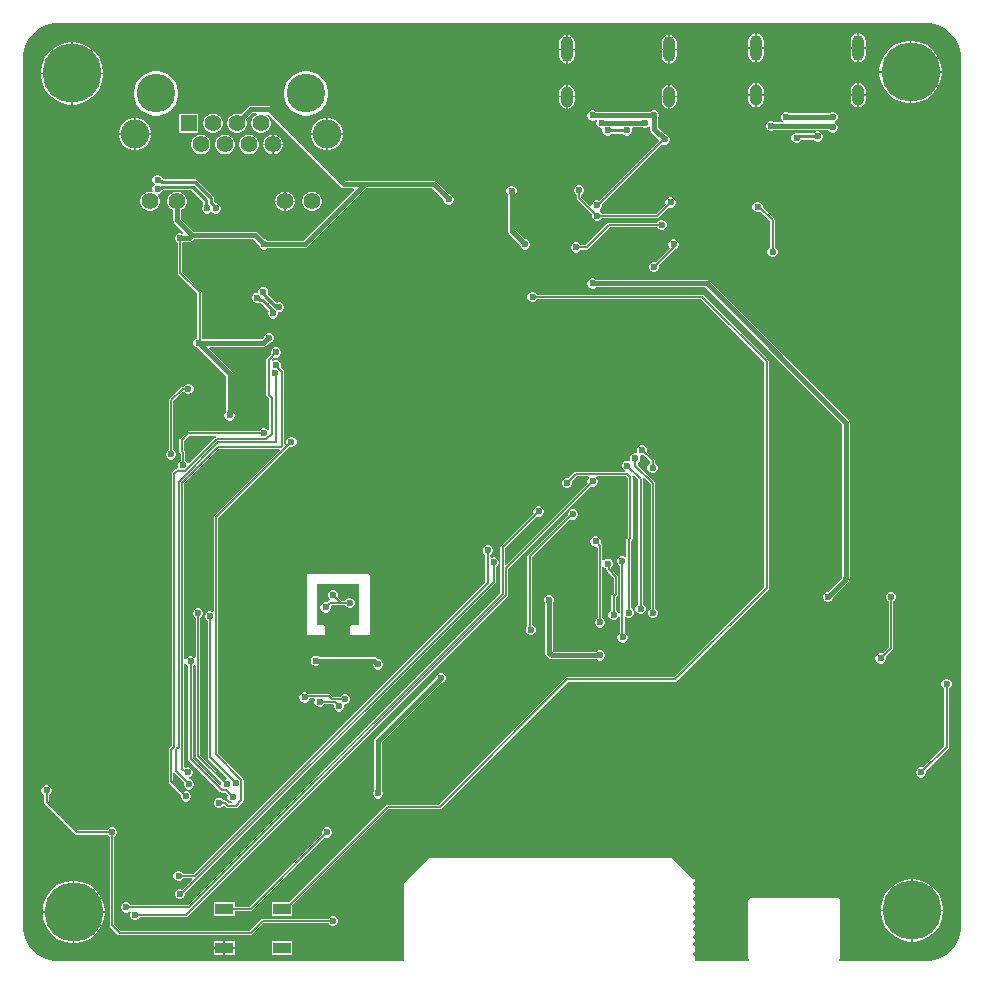
<source format=gbl>
G04*
G04 #@! TF.GenerationSoftware,Altium Limited,Altium Designer,23.6.0 (18)*
G04*
G04 Layer_Physical_Order=2*
G04 Layer_Color=16711680*
%FSLAX25Y25*%
%MOIN*%
G70*
G04*
G04 #@! TF.SameCoordinates,9EB9F688-6EA2-4756-8BD5-BABC090EB3C1*
G04*
G04*
G04 #@! TF.FilePolarity,Positive*
G04*
G01*
G75*
G04:AMPARAMS|DCode=65|XSize=39.37mil|YSize=70.87mil|CornerRadius=19.68mil|HoleSize=0mil|Usage=FLASHONLY|Rotation=180.000|XOffset=0mil|YOffset=0mil|HoleType=Round|Shape=RoundedRectangle|*
%AMROUNDEDRECTD65*
21,1,0.03937,0.03150,0,0,180.0*
21,1,0.00000,0.07087,0,0,180.0*
1,1,0.03937,0.00000,0.01575*
1,1,0.03937,0.00000,0.01575*
1,1,0.03937,0.00000,-0.01575*
1,1,0.03937,0.00000,-0.01575*
%
%ADD65ROUNDEDRECTD65*%
G04:AMPARAMS|DCode=66|XSize=39.37mil|YSize=86.61mil|CornerRadius=19.68mil|HoleSize=0mil|Usage=FLASHONLY|Rotation=180.000|XOffset=0mil|YOffset=0mil|HoleType=Round|Shape=RoundedRectangle|*
%AMROUNDEDRECTD66*
21,1,0.03937,0.04724,0,0,180.0*
21,1,0.00000,0.08661,0,0,180.0*
1,1,0.03937,0.00000,0.02362*
1,1,0.03937,0.00000,0.02362*
1,1,0.03937,0.00000,-0.02362*
1,1,0.03937,0.00000,-0.02362*
%
%ADD66ROUNDEDRECTD66*%
%ADD68C,0.05472*%
%ADD69R,0.05472X0.05472*%
%ADD70C,0.09528*%
%ADD71C,0.12795*%
%ADD75C,0.00500*%
%ADD84C,0.01097*%
%ADD85C,0.01500*%
%ADD87C,0.19685*%
%ADD88C,0.02362*%
%ADD89C,0.01968*%
%ADD90C,0.05000*%
%ADD91R,0.05906X0.03543*%
G36*
X455841Y445009D02*
X457235Y444635D01*
X458568Y444083D01*
X459818Y443362D01*
X460963Y442483D01*
X461983Y441463D01*
X462862Y440318D01*
X463583Y439068D01*
X464135Y437735D01*
X464509Y436341D01*
X464697Y434910D01*
Y434189D01*
Y143811D01*
Y143089D01*
X464509Y141659D01*
X464135Y140265D01*
X463583Y138932D01*
X462862Y137682D01*
X461983Y136537D01*
X460963Y135517D01*
X459818Y134638D01*
X458568Y133917D01*
X457235Y133365D01*
X455841Y132991D01*
X454411Y132803D01*
X424264D01*
X424165Y133303D01*
X424391Y133396D01*
X424549Y133779D01*
Y153070D01*
X424391Y153453D01*
X424008Y153612D01*
X394480D01*
X394097Y153453D01*
X393939Y153070D01*
Y133779D01*
X394097Y133396D01*
X394323Y133303D01*
X394224Y132803D01*
X376000D01*
Y160000D01*
X375500D01*
X368500Y167000D01*
X287500D01*
X279000Y158500D01*
Y132803D01*
X162590D01*
X161159Y132991D01*
X159765Y133365D01*
X158432Y133917D01*
X157182Y134638D01*
X156037Y135517D01*
X155017Y136537D01*
X154138Y137682D01*
X153417Y138932D01*
X152865Y140265D01*
X152491Y141659D01*
X152303Y143089D01*
Y143811D01*
Y434189D01*
Y434910D01*
X152491Y436341D01*
X152865Y437735D01*
X153417Y439068D01*
X154138Y440318D01*
X155017Y441463D01*
X156037Y442483D01*
X157182Y443362D01*
X158432Y444083D01*
X159765Y444635D01*
X161159Y445009D01*
X162590Y445197D01*
X454411D01*
X455841Y445009D01*
D02*
G37*
%LPC*%
G36*
X396742Y441857D02*
Y437278D01*
X399009D01*
Y439390D01*
X398817Y440353D01*
X398272Y441170D01*
X397455Y441715D01*
X396742Y441857D01*
D02*
G37*
G36*
X430758D02*
Y437278D01*
X433025D01*
Y439390D01*
X432833Y440353D01*
X432288Y441170D01*
X431471Y441715D01*
X430758Y441857D01*
D02*
G37*
G36*
X430258D02*
X429545Y441715D01*
X428728Y441170D01*
X428183Y440353D01*
X427991Y439390D01*
Y437278D01*
X430258D01*
Y441857D01*
D02*
G37*
G36*
X396242D02*
X395529Y441715D01*
X394712Y441170D01*
X394167Y440353D01*
X393975Y439390D01*
Y437278D01*
X396242D01*
Y441857D01*
D02*
G37*
G36*
X333742Y441357D02*
Y436778D01*
X336009D01*
Y438890D01*
X335818Y439853D01*
X335272Y440669D01*
X334455Y441215D01*
X333742Y441357D01*
D02*
G37*
G36*
X367758D02*
Y436778D01*
X370025D01*
Y438890D01*
X369833Y439853D01*
X369287Y440669D01*
X368471Y441215D01*
X367758Y441357D01*
D02*
G37*
G36*
X333242D02*
X332529Y441215D01*
X331713Y440669D01*
X331167Y439853D01*
X330975Y438890D01*
Y436778D01*
X333242D01*
Y441357D01*
D02*
G37*
G36*
X367258D02*
X366545Y441215D01*
X365728Y440669D01*
X365182Y439853D01*
X364991Y438890D01*
Y436778D01*
X367258D01*
Y441357D01*
D02*
G37*
G36*
X433025Y436778D02*
X430758D01*
Y432198D01*
X431471Y432340D01*
X432288Y432886D01*
X432833Y433702D01*
X433025Y434665D01*
Y436778D01*
D02*
G37*
G36*
X399009D02*
X396742D01*
Y432198D01*
X397455Y432340D01*
X398272Y432886D01*
X398817Y433702D01*
X399009Y434665D01*
Y436778D01*
D02*
G37*
G36*
X430258D02*
X427991D01*
Y434665D01*
X428183Y433702D01*
X428728Y432886D01*
X429545Y432340D01*
X430258Y432198D01*
Y436778D01*
D02*
G37*
G36*
X396242D02*
X393975D01*
Y434665D01*
X394167Y433702D01*
X394712Y432886D01*
X395529Y432340D01*
X396242Y432198D01*
Y436778D01*
D02*
G37*
G36*
X370025Y436278D02*
X367758D01*
Y431698D01*
X368471Y431840D01*
X369287Y432386D01*
X369833Y433202D01*
X370025Y434165D01*
Y436278D01*
D02*
G37*
G36*
X336009D02*
X333742D01*
Y431698D01*
X334455Y431840D01*
X335272Y432386D01*
X335818Y433202D01*
X336009Y434165D01*
Y436278D01*
D02*
G37*
G36*
X367258D02*
X364991D01*
Y434165D01*
X365182Y433202D01*
X365728Y432386D01*
X366545Y431840D01*
X367258Y431698D01*
Y436278D01*
D02*
G37*
G36*
X333242D02*
X330975D01*
Y434165D01*
X331167Y433202D01*
X331713Y432386D01*
X332529Y431840D01*
X333242Y431698D01*
Y436278D01*
D02*
G37*
G36*
X448814Y439342D02*
X448250D01*
Y429250D01*
X458343D01*
Y429814D01*
X458088Y431422D01*
X457585Y432970D01*
X456846Y434421D01*
X455889Y435738D01*
X454738Y436889D01*
X453421Y437846D01*
X451970Y438585D01*
X450422Y439088D01*
X448814Y439342D01*
D02*
G37*
G36*
X447750D02*
X447186D01*
X445578Y439088D01*
X444030Y438585D01*
X442579Y437846D01*
X441262Y436889D01*
X440111Y435738D01*
X439154Y434421D01*
X438415Y432970D01*
X437912Y431422D01*
X437657Y429814D01*
Y429250D01*
X447750D01*
Y439342D01*
D02*
G37*
G36*
X169314Y438842D02*
X168750D01*
Y428750D01*
X178842D01*
Y429314D01*
X178588Y430922D01*
X178085Y432470D01*
X177346Y433921D01*
X176389Y435238D01*
X175238Y436389D01*
X173921Y437346D01*
X172470Y438085D01*
X170922Y438588D01*
X169314Y438842D01*
D02*
G37*
G36*
X168250D02*
X167686D01*
X166078Y438588D01*
X164530Y438085D01*
X163079Y437346D01*
X161762Y436389D01*
X160611Y435238D01*
X159654Y433921D01*
X158915Y432470D01*
X158412Y430922D01*
X158158Y429314D01*
Y428750D01*
X168250D01*
Y438842D01*
D02*
G37*
G36*
X396742Y425321D02*
Y421530D01*
X399009D01*
Y422854D01*
X398817Y423818D01*
X398272Y424634D01*
X397455Y425180D01*
X396742Y425321D01*
D02*
G37*
G36*
X430758D02*
Y421530D01*
X433025D01*
Y422854D01*
X432833Y423818D01*
X432288Y424634D01*
X431471Y425180D01*
X430758Y425321D01*
D02*
G37*
G36*
X430258D02*
X429545Y425180D01*
X428728Y424634D01*
X428183Y423818D01*
X427991Y422854D01*
Y421530D01*
X430258D01*
Y425321D01*
D02*
G37*
G36*
X396242D02*
X395529Y425180D01*
X394712Y424634D01*
X394167Y423818D01*
X393975Y422854D01*
Y421530D01*
X396242D01*
Y425321D01*
D02*
G37*
G36*
X333742Y424822D02*
Y421030D01*
X336009D01*
Y422354D01*
X335818Y423318D01*
X335272Y424134D01*
X334455Y424680D01*
X333742Y424822D01*
D02*
G37*
G36*
X367758D02*
Y421030D01*
X370025D01*
Y422354D01*
X369833Y423318D01*
X369287Y424134D01*
X368471Y424680D01*
X367758Y424822D01*
D02*
G37*
G36*
X333242D02*
X332529Y424680D01*
X331713Y424134D01*
X331167Y423318D01*
X330975Y422354D01*
Y421030D01*
X333242D01*
Y424822D01*
D02*
G37*
G36*
X367258D02*
X366545Y424680D01*
X365728Y424134D01*
X365182Y423318D01*
X364991Y422354D01*
Y421030D01*
X367258D01*
Y424822D01*
D02*
G37*
G36*
X458343Y428750D02*
X448250D01*
Y418657D01*
X448814D01*
X450422Y418912D01*
X451970Y419415D01*
X453421Y420154D01*
X454738Y421111D01*
X455889Y422262D01*
X456846Y423579D01*
X457585Y425030D01*
X458088Y426578D01*
X458343Y428186D01*
Y428750D01*
D02*
G37*
G36*
X447750D02*
X437657D01*
Y428186D01*
X437912Y426578D01*
X438415Y425030D01*
X439154Y423579D01*
X440111Y422262D01*
X441262Y421111D01*
X442579Y420154D01*
X444030Y419415D01*
X445578Y418912D01*
X447186Y418657D01*
X447750D01*
Y428750D01*
D02*
G37*
G36*
X178842Y428250D02*
X168750D01*
Y418157D01*
X169314D01*
X170922Y418412D01*
X172470Y418915D01*
X173921Y419654D01*
X175238Y420611D01*
X176389Y421762D01*
X177346Y423079D01*
X178085Y424530D01*
X178588Y426078D01*
X178842Y427686D01*
Y428250D01*
D02*
G37*
G36*
X168250D02*
X158158D01*
Y427686D01*
X158412Y426078D01*
X158915Y424530D01*
X159654Y423079D01*
X160611Y421762D01*
X161762Y420611D01*
X163079Y419654D01*
X164530Y418915D01*
X166078Y418412D01*
X167686Y418157D01*
X168250D01*
Y428250D01*
D02*
G37*
G36*
X433025Y421030D02*
X430758D01*
Y417238D01*
X431471Y417380D01*
X432288Y417925D01*
X432833Y418742D01*
X433025Y419705D01*
Y421030D01*
D02*
G37*
G36*
X399009D02*
X396742D01*
Y417238D01*
X397455Y417380D01*
X398272Y417925D01*
X398817Y418742D01*
X399009Y419705D01*
Y421030D01*
D02*
G37*
G36*
X430258D02*
X427991D01*
Y419705D01*
X428183Y418742D01*
X428728Y417925D01*
X429545Y417380D01*
X430258Y417238D01*
Y421030D01*
D02*
G37*
G36*
X396242D02*
X393975D01*
Y419705D01*
X394167Y418742D01*
X394712Y417925D01*
X395529Y417380D01*
X396242Y417238D01*
Y421030D01*
D02*
G37*
G36*
X370025Y420530D02*
X367758D01*
Y416738D01*
X368471Y416880D01*
X369287Y417425D01*
X369833Y418242D01*
X370025Y419205D01*
Y420530D01*
D02*
G37*
G36*
X336009D02*
X333742D01*
Y416738D01*
X334455Y416880D01*
X335272Y417425D01*
X335818Y418242D01*
X336009Y419205D01*
Y420530D01*
D02*
G37*
G36*
X367258D02*
X364991D01*
Y419205D01*
X365182Y418242D01*
X365728Y417425D01*
X366545Y416880D01*
X367258Y416738D01*
Y420530D01*
D02*
G37*
G36*
X333242D02*
X330975D01*
Y419205D01*
X331167Y418242D01*
X331713Y417425D01*
X332529Y416880D01*
X333242Y416738D01*
Y420530D01*
D02*
G37*
G36*
X362834Y416181D02*
X362166D01*
X361548Y415925D01*
X361397Y415774D01*
X343103D01*
X342952Y415925D01*
X342334Y416181D01*
X341666D01*
X341048Y415925D01*
X340575Y415452D01*
X340319Y414834D01*
Y414166D01*
X340575Y413548D01*
X341048Y413075D01*
X341666Y412819D01*
X342334D01*
X342952Y413075D01*
X343419Y412834D01*
X343481Y412725D01*
X343319Y412334D01*
Y411666D01*
X343575Y411048D01*
X344048Y410575D01*
X344666Y410319D01*
X344978D01*
X345319Y409834D01*
Y409166D01*
X345575Y408548D01*
X346048Y408075D01*
X346666Y407819D01*
X347334D01*
X347952Y408075D01*
X348308Y408431D01*
X352220D01*
X352576Y408075D01*
X353194Y407819D01*
X353863D01*
X354481Y408075D01*
X354954Y408548D01*
X355209Y409166D01*
Y409834D01*
X355047Y410225D01*
X355333Y410725D01*
X358397D01*
X358548Y410575D01*
X359166Y410319D01*
X359834D01*
X360452Y410575D01*
X360725Y410848D01*
X361226Y410641D01*
Y410000D01*
X361322Y409512D01*
X361599Y409099D01*
X364319Y406379D01*
Y406166D01*
X364323Y406155D01*
X344199Y386030D01*
X343834Y386181D01*
X343166D01*
X342548Y385925D01*
X342075Y385452D01*
X341819Y384834D01*
Y384545D01*
X341319Y384337D01*
X338265Y387392D01*
Y387997D01*
X338452Y388075D01*
X338925Y388548D01*
X339181Y389166D01*
Y389834D01*
X338925Y390452D01*
X338452Y390925D01*
X337834Y391181D01*
X337166D01*
X336548Y390925D01*
X336075Y390452D01*
X335819Y389834D01*
Y389166D01*
X336075Y388548D01*
X336548Y388075D01*
X336735Y387997D01*
Y387075D01*
X336793Y386782D01*
X336959Y386534D01*
X342019Y381474D01*
X341941Y381287D01*
Y380618D01*
X342197Y380000D01*
X342670Y379527D01*
X343288Y379271D01*
X343957D01*
X344575Y379527D01*
X345048Y380000D01*
X345126Y380188D01*
X363452D01*
X363745Y380246D01*
X363993Y380412D01*
X367478Y383897D01*
X367666Y383819D01*
X368334D01*
X368952Y384075D01*
X369425Y384548D01*
X369681Y385166D01*
Y385834D01*
X369425Y386452D01*
X368952Y386925D01*
X368334Y387181D01*
X367666D01*
X367048Y386925D01*
X366575Y386452D01*
X366319Y385834D01*
Y385166D01*
X366397Y384978D01*
X363136Y381717D01*
X345126D01*
X345048Y381905D01*
X344575Y382378D01*
X344325Y382481D01*
Y383022D01*
X344452Y383075D01*
X344925Y383548D01*
X345181Y384166D01*
Y384834D01*
X345177Y384845D01*
X365301Y404970D01*
X365666Y404819D01*
X366334D01*
X366952Y405075D01*
X367425Y405548D01*
X367681Y406166D01*
Y406834D01*
X367425Y407452D01*
X366952Y407925D01*
X366334Y408181D01*
X366121D01*
X363774Y410528D01*
Y413397D01*
X363925Y413548D01*
X364181Y414166D01*
Y414834D01*
X363925Y415452D01*
X363452Y415925D01*
X362834Y416181D01*
D02*
G37*
G36*
X422334Y415681D02*
X421666D01*
X421048Y415425D01*
X420892Y415269D01*
X407609D01*
X407452Y415425D01*
X406834Y415681D01*
X406166D01*
X405548Y415425D01*
X405075Y414952D01*
X404819Y414334D01*
Y413666D01*
X405075Y413048D01*
X405348Y412775D01*
X405141Y412275D01*
X402603D01*
X402452Y412425D01*
X401834Y412681D01*
X401166D01*
X400548Y412425D01*
X400075Y411952D01*
X399819Y411334D01*
Y410666D01*
X400075Y410048D01*
X400548Y409575D01*
X401166Y409319D01*
X401834D01*
X402452Y409575D01*
X402603Y409726D01*
X420501D01*
X420575Y409548D01*
X421048Y409075D01*
X421666Y408819D01*
X422334D01*
X422952Y409075D01*
X423425Y409548D01*
X423681Y410166D01*
Y410834D01*
X423425Y411452D01*
X422952Y411925D01*
X422821Y411979D01*
Y412521D01*
X422952Y412575D01*
X423425Y413048D01*
X423681Y413666D01*
Y414334D01*
X423425Y414952D01*
X422952Y415425D01*
X422334Y415681D01*
D02*
G37*
G36*
X247227Y429228D02*
X245773D01*
X244347Y428945D01*
X243003Y428388D01*
X241794Y427580D01*
X240766Y426552D01*
X239958Y425343D01*
X239402Y424000D01*
X239118Y422573D01*
Y421119D01*
X239402Y419693D01*
X239958Y418350D01*
X240766Y417141D01*
X241794Y416113D01*
X243003Y415305D01*
X244347Y414748D01*
X245773Y414465D01*
X247227D01*
X248653Y414748D01*
X249997Y415305D01*
X251206Y416113D01*
X252234Y417141D01*
X253042Y418350D01*
X253598Y419693D01*
X253882Y421119D01*
Y422573D01*
X253598Y424000D01*
X253042Y425343D01*
X252234Y426552D01*
X251206Y427580D01*
X249997Y428388D01*
X248653Y428945D01*
X247227Y429228D01*
D02*
G37*
G36*
X197227D02*
X195773D01*
X194347Y428945D01*
X193003Y428388D01*
X191794Y427580D01*
X190766Y426552D01*
X189958Y425343D01*
X189402Y424000D01*
X189118Y422573D01*
Y421119D01*
X189402Y419693D01*
X189958Y418350D01*
X190766Y417141D01*
X191794Y416113D01*
X193003Y415305D01*
X194347Y414748D01*
X195773Y414465D01*
X197227D01*
X198653Y414748D01*
X199997Y415305D01*
X201206Y416113D01*
X202234Y417141D01*
X203042Y418350D01*
X203598Y419693D01*
X203882Y421119D01*
Y422573D01*
X203598Y424000D01*
X203042Y425343D01*
X202234Y426552D01*
X201206Y427580D01*
X199997Y428388D01*
X198653Y428945D01*
X197227Y429228D01*
D02*
G37*
G36*
X215863Y415083D02*
X215011D01*
X214188Y414862D01*
X213450Y414436D01*
X212847Y413834D01*
X212421Y413096D01*
X212201Y412273D01*
Y411420D01*
X212421Y410597D01*
X212847Y409859D01*
X213450Y409257D01*
X214188Y408831D01*
X215011Y408610D01*
X215863D01*
X216686Y408831D01*
X217424Y409257D01*
X218027Y409859D01*
X218453Y410597D01*
X218673Y411420D01*
Y412273D01*
X218453Y413096D01*
X218027Y413834D01*
X217424Y414436D01*
X216686Y414862D01*
X215863Y415083D01*
D02*
G37*
G36*
X210642D02*
X204169D01*
Y408610D01*
X210642D01*
Y415083D01*
D02*
G37*
G36*
X254201Y413606D02*
X253758D01*
Y408593D01*
X258772D01*
Y409036D01*
X258413Y410374D01*
X257720Y411575D01*
X256740Y412555D01*
X255539Y413248D01*
X254201Y413606D01*
D02*
G37*
G36*
X190185D02*
X189742D01*
Y408593D01*
X194756D01*
Y409036D01*
X194397Y410374D01*
X193704Y411575D01*
X192724Y412555D01*
X191524Y413248D01*
X190185Y413606D01*
D02*
G37*
G36*
X253258D02*
X252815D01*
X251476Y413248D01*
X250276Y412555D01*
X249296Y411575D01*
X248603Y410374D01*
X248244Y409036D01*
Y408593D01*
X253258D01*
Y413606D01*
D02*
G37*
G36*
X189242D02*
X188799D01*
X187460Y413248D01*
X186260Y412555D01*
X185280Y411575D01*
X184587Y410374D01*
X184228Y409036D01*
Y408593D01*
X189242D01*
Y413606D01*
D02*
G37*
G36*
X417334Y409181D02*
X416666D01*
X416048Y408925D01*
X415692Y408569D01*
X410605D01*
X410334Y408681D01*
X409666D01*
X409048Y408425D01*
X408575Y407952D01*
X408319Y407334D01*
Y406666D01*
X408575Y406048D01*
X409048Y405575D01*
X409666Y405319D01*
X410334D01*
X410952Y405575D01*
X411425Y406048D01*
X411584Y406431D01*
X415692D01*
X416048Y406075D01*
X416666Y405819D01*
X417334D01*
X417952Y406075D01*
X418425Y406548D01*
X418681Y407166D01*
Y407834D01*
X418425Y408452D01*
X417952Y408925D01*
X417334Y409181D01*
D02*
G37*
G36*
X235942Y408075D02*
X235766D01*
Y405089D01*
X238752D01*
Y405265D01*
X238531Y406088D01*
X238105Y406826D01*
X237503Y407428D01*
X236765Y407854D01*
X235942Y408075D01*
D02*
G37*
G36*
X235266D02*
X235090D01*
X234267Y407854D01*
X233529Y407428D01*
X232926Y406826D01*
X232500Y406088D01*
X232280Y405265D01*
Y405089D01*
X235266D01*
Y408075D01*
D02*
G37*
G36*
X258772Y408093D02*
X253758D01*
Y403079D01*
X254201D01*
X255539Y403438D01*
X256740Y404131D01*
X257720Y405111D01*
X258413Y406311D01*
X258772Y407650D01*
Y408093D01*
D02*
G37*
G36*
X253258D02*
X248244D01*
Y407650D01*
X248603Y406311D01*
X249296Y405111D01*
X250276Y404131D01*
X251476Y403438D01*
X252815Y403079D01*
X253258D01*
Y408093D01*
D02*
G37*
G36*
X194756D02*
X189742D01*
Y403079D01*
X190185D01*
X191524Y403438D01*
X192724Y404131D01*
X193704Y405111D01*
X194397Y406311D01*
X194756Y407650D01*
Y408093D01*
D02*
G37*
G36*
X189242D02*
X184228D01*
Y407650D01*
X184587Y406311D01*
X185280Y405111D01*
X186260Y404131D01*
X187460Y403438D01*
X188799Y403079D01*
X189242D01*
Y408093D01*
D02*
G37*
G36*
X238752Y404589D02*
X235766D01*
Y401602D01*
X235942D01*
X236765Y401823D01*
X237503Y402249D01*
X238105Y402851D01*
X238531Y403589D01*
X238752Y404413D01*
Y404589D01*
D02*
G37*
G36*
X235266D02*
X232280D01*
Y404413D01*
X232500Y403589D01*
X232926Y402851D01*
X233529Y402249D01*
X234267Y401823D01*
X235090Y401602D01*
X235266D01*
Y404589D01*
D02*
G37*
G36*
X227910Y408075D02*
X227058D01*
X226235Y407854D01*
X225497Y407428D01*
X224895Y406826D01*
X224468Y406088D01*
X224248Y405265D01*
Y404413D01*
X224468Y403589D01*
X224895Y402851D01*
X225497Y402249D01*
X226235Y401823D01*
X227058Y401602D01*
X227910D01*
X228733Y401823D01*
X229471Y402249D01*
X230074Y402851D01*
X230500Y403589D01*
X230720Y404413D01*
Y405265D01*
X230500Y406088D01*
X230074Y406826D01*
X229471Y407428D01*
X228733Y407854D01*
X227910Y408075D01*
D02*
G37*
G36*
X219879D02*
X219027D01*
X218204Y407854D01*
X217466Y407428D01*
X216863Y406826D01*
X216437Y406088D01*
X216217Y405265D01*
Y404413D01*
X216437Y403589D01*
X216863Y402851D01*
X217466Y402249D01*
X218204Y401823D01*
X219027Y401602D01*
X219879D01*
X220702Y401823D01*
X221440Y402249D01*
X222042Y402851D01*
X222468Y403589D01*
X222689Y404413D01*
Y405265D01*
X222468Y406088D01*
X222042Y406826D01*
X221440Y407428D01*
X220702Y407854D01*
X219879Y408075D01*
D02*
G37*
G36*
X211847D02*
X210995D01*
X210172Y407854D01*
X209434Y407428D01*
X208832Y406826D01*
X208405Y406088D01*
X208185Y405265D01*
Y404413D01*
X208405Y403589D01*
X208832Y402851D01*
X209434Y402249D01*
X210172Y401823D01*
X210995Y401602D01*
X211847D01*
X212670Y401823D01*
X213408Y402249D01*
X214011Y402851D01*
X214437Y403589D01*
X214657Y404413D01*
Y405265D01*
X214437Y406088D01*
X214011Y406826D01*
X213408Y407428D01*
X212670Y407854D01*
X211847Y408075D01*
D02*
G37*
G36*
X239918Y389098D02*
X239742D01*
Y386112D01*
X242728D01*
Y386288D01*
X242508Y387111D01*
X242082Y387849D01*
X241479Y388452D01*
X240741Y388878D01*
X239918Y389098D01*
D02*
G37*
G36*
X239242D02*
X239066D01*
X238243Y388878D01*
X237505Y388452D01*
X236903Y387849D01*
X236476Y387111D01*
X236256Y386288D01*
Y386112D01*
X239242D01*
Y389098D01*
D02*
G37*
G36*
X234000Y417774D02*
X228122D01*
X227635Y417677D01*
X227221Y417401D01*
X224690Y414870D01*
X223895Y415083D01*
X223042D01*
X222219Y414862D01*
X221481Y414436D01*
X220879Y413834D01*
X220453Y413096D01*
X220232Y412273D01*
Y411420D01*
X220453Y410597D01*
X220879Y409859D01*
X221481Y409257D01*
X222219Y408831D01*
X223042Y408610D01*
X223895D01*
X224718Y408831D01*
X225456Y409257D01*
X226058Y409859D01*
X226484Y410597D01*
X226705Y411420D01*
Y412273D01*
X226492Y413067D01*
X228650Y415226D01*
X229880D01*
X230014Y414725D01*
X229513Y414436D01*
X228910Y413834D01*
X228484Y413096D01*
X228264Y412273D01*
Y411420D01*
X228484Y410597D01*
X228910Y409859D01*
X229513Y409257D01*
X230251Y408831D01*
X231074Y408610D01*
X231926D01*
X232749Y408831D01*
X233487Y409257D01*
X234090Y409859D01*
X234516Y410597D01*
X234736Y411420D01*
Y412273D01*
X234516Y413096D01*
X234090Y413834D01*
X233487Y414436D01*
X233304Y414541D01*
X233401Y415063D01*
X233602Y415095D01*
X258099Y390599D01*
X258512Y390322D01*
X259000Y390226D01*
X262270D01*
X262461Y389764D01*
X245472Y372775D01*
X233603D01*
X233452Y372925D01*
X232834Y373181D01*
X232621D01*
X230401Y375401D01*
X229988Y375677D01*
X229500Y375775D01*
X209028D01*
X204782Y380020D01*
Y382861D01*
X205495Y383273D01*
X206097Y383875D01*
X206523Y384613D01*
X206744Y385436D01*
Y386288D01*
X206523Y387111D01*
X206097Y387849D01*
X205495Y388452D01*
X204757Y388878D01*
X203934Y389098D01*
X203082D01*
X202259Y388878D01*
X201521Y388452D01*
X200918Y387849D01*
X200492Y387111D01*
X200272Y386288D01*
Y385436D01*
X200492Y384613D01*
X200918Y383875D01*
X201521Y383273D01*
X202233Y382861D01*
Y379492D01*
X202330Y379005D01*
X202607Y378591D01*
X205630Y375568D01*
X205630Y375567D01*
X205472Y375018D01*
X205315Y374982D01*
X204834Y375181D01*
X204166D01*
X203548Y374925D01*
X203075Y374452D01*
X202819Y373834D01*
Y373166D01*
X203075Y372548D01*
X203548Y372075D01*
X203735Y371997D01*
Y362000D01*
X203794Y361707D01*
X203959Y361459D01*
X210235Y355183D01*
Y340323D01*
X209713Y340106D01*
X209240Y339633D01*
X208984Y339016D01*
Y338347D01*
X209240Y337729D01*
X209713Y337256D01*
X210331Y337000D01*
X210544D01*
X219725Y327819D01*
Y315603D01*
X219575Y315452D01*
X219319Y314834D01*
Y314166D01*
X219575Y313548D01*
X220048Y313075D01*
X220666Y312819D01*
X221334D01*
X221952Y313075D01*
X222425Y313548D01*
X222681Y314166D01*
Y314834D01*
X222425Y315452D01*
X222274Y315603D01*
Y328347D01*
X222178Y328835D01*
X221901Y329248D01*
X214204Y336945D01*
X214396Y337407D01*
X232276D01*
X232535Y337458D01*
X232764Y337504D01*
X232764Y337504D01*
X232764Y337504D01*
X232987Y337653D01*
X233177Y337780D01*
X233991Y338593D01*
X234437D01*
X235055Y338849D01*
X235528Y339322D01*
X235784Y339940D01*
Y340609D01*
X235528Y341227D01*
X235055Y341700D01*
X234437Y341955D01*
X233769D01*
X233151Y341700D01*
X232678Y341227D01*
X232436Y340644D01*
X231748Y339956D01*
X211769D01*
X211765Y339960D01*
Y355500D01*
X211706Y355793D01*
X211541Y356041D01*
X205265Y362317D01*
Y371997D01*
X205452Y372075D01*
X205603Y372225D01*
X207500D01*
X207988Y372323D01*
X208401Y372599D01*
X209028Y373225D01*
X228972D01*
X230819Y371379D01*
Y371166D01*
X231075Y370548D01*
X231548Y370075D01*
X232166Y369819D01*
X232834D01*
X233452Y370075D01*
X233603Y370226D01*
X246000D01*
X246488Y370322D01*
X246901Y370599D01*
X266528Y390226D01*
X288472D01*
X292319Y386379D01*
Y386166D01*
X292575Y385548D01*
X293048Y385075D01*
X293666Y384819D01*
X294334D01*
X294952Y385075D01*
X295425Y385548D01*
X295681Y386166D01*
Y386834D01*
X295425Y387452D01*
X294952Y387925D01*
X294334Y388181D01*
X294121D01*
X289901Y392401D01*
X289488Y392677D01*
X289000Y392775D01*
X259528D01*
X234901Y417401D01*
X234488Y417677D01*
X234000Y417774D01*
D02*
G37*
G36*
X248934Y389098D02*
X248082D01*
X247259Y388878D01*
X246521Y388452D01*
X245918Y387849D01*
X245492Y387111D01*
X245272Y386288D01*
Y385436D01*
X245492Y384613D01*
X245918Y383875D01*
X246521Y383273D01*
X247259Y382846D01*
X248082Y382626D01*
X248934D01*
X249757Y382846D01*
X250495Y383273D01*
X251097Y383875D01*
X251523Y384613D01*
X251744Y385436D01*
Y386288D01*
X251523Y387111D01*
X251097Y387849D01*
X250495Y388452D01*
X249757Y388878D01*
X248934Y389098D01*
D02*
G37*
G36*
X242728Y385612D02*
X239742D01*
Y382626D01*
X239918D01*
X240741Y382846D01*
X241479Y383273D01*
X242082Y383875D01*
X242508Y384613D01*
X242728Y385436D01*
Y385612D01*
D02*
G37*
G36*
X239242D02*
X236256D01*
Y385436D01*
X236476Y384613D01*
X236903Y383875D01*
X237505Y383273D01*
X238243Y382846D01*
X239066Y382626D01*
X239242D01*
Y385612D01*
D02*
G37*
G36*
X197334Y394681D02*
X196666D01*
X196048Y394425D01*
X195575Y393952D01*
X195319Y393334D01*
Y392666D01*
X195575Y392048D01*
X195727Y391896D01*
X196042Y391569D01*
X195727Y391242D01*
X195575Y391090D01*
X195319Y390472D01*
Y389803D01*
X195456Y389472D01*
X195089Y389053D01*
X194918Y389098D01*
X194066D01*
X193243Y388878D01*
X192505Y388452D01*
X191903Y387849D01*
X191477Y387111D01*
X191256Y386288D01*
Y385436D01*
X191477Y384613D01*
X191903Y383875D01*
X192505Y383273D01*
X193243Y382846D01*
X194066Y382626D01*
X194918D01*
X195741Y382846D01*
X196479Y383273D01*
X197082Y383875D01*
X197508Y384613D01*
X197728Y385436D01*
Y386288D01*
X197508Y387111D01*
X197082Y387849D01*
X196974Y387957D01*
X197181Y388457D01*
X197334D01*
X197952Y388713D01*
X198425Y389186D01*
X198500Y389367D01*
X198627Y389392D01*
X198974Y389624D01*
X199051Y389701D01*
X208287D01*
X212189Y385799D01*
Y384566D01*
X212075Y384452D01*
X211819Y383834D01*
Y383166D01*
X212075Y382548D01*
X212548Y382075D01*
X213166Y381819D01*
X213834D01*
X214452Y382075D01*
X214604Y382227D01*
X214931Y382542D01*
X215258Y382227D01*
X215410Y382075D01*
X216028Y381819D01*
X216697D01*
X217315Y382075D01*
X217787Y382548D01*
X218043Y383166D01*
Y383834D01*
X217787Y384452D01*
X217315Y384925D01*
X216697Y385181D01*
X216535D01*
X215924Y385792D01*
Y386904D01*
X215843Y387313D01*
X215611Y387660D01*
X210147Y393124D01*
X209800Y393355D01*
X209391Y393437D01*
X199051D01*
X198974Y393514D01*
X198627Y393746D01*
X198500Y393771D01*
X198425Y393952D01*
X197952Y394425D01*
X197334Y394681D01*
D02*
G37*
G36*
X365334Y379681D02*
X364666D01*
X364048Y379425D01*
X363575Y378952D01*
X363497Y378765D01*
X347500D01*
X347207Y378707D01*
X346959Y378541D01*
X339683Y371265D01*
X338003D01*
X337925Y371452D01*
X337452Y371925D01*
X336834Y372181D01*
X336166D01*
X335548Y371925D01*
X335075Y371452D01*
X334819Y370834D01*
Y370166D01*
X335075Y369548D01*
X335548Y369075D01*
X336166Y368819D01*
X336834D01*
X337452Y369075D01*
X337925Y369548D01*
X338003Y369735D01*
X340000D01*
X340293Y369794D01*
X340541Y369959D01*
X347817Y377235D01*
X363497D01*
X363575Y377048D01*
X364048Y376575D01*
X364666Y376319D01*
X365334D01*
X365952Y376575D01*
X366425Y377048D01*
X366681Y377666D01*
Y378334D01*
X366425Y378952D01*
X365952Y379425D01*
X365334Y379681D01*
D02*
G37*
G36*
X315334Y390964D02*
X314666D01*
X314048Y390708D01*
X313575Y390235D01*
X313319Y389618D01*
Y388949D01*
X313575Y388331D01*
X313725Y388180D01*
Y376000D01*
X313823Y375512D01*
X314099Y375099D01*
X317819Y371379D01*
Y371166D01*
X318075Y370548D01*
X318548Y370075D01*
X319166Y369819D01*
X319834D01*
X320452Y370075D01*
X320925Y370548D01*
X321181Y371166D01*
Y371834D01*
X320925Y372452D01*
X320452Y372925D01*
X319834Y373181D01*
X319621D01*
X316274Y376528D01*
Y388180D01*
X316425Y388331D01*
X316681Y388949D01*
Y389618D01*
X316425Y390235D01*
X315952Y390708D01*
X315334Y390964D01*
D02*
G37*
G36*
X397334Y385681D02*
X396666D01*
X396048Y385425D01*
X395575Y384952D01*
X395319Y384334D01*
Y383666D01*
X395575Y383048D01*
X396048Y382575D01*
X396666Y382319D01*
X397334D01*
X397875Y382543D01*
X401235Y379183D01*
Y370503D01*
X401048Y370425D01*
X400575Y369952D01*
X400319Y369334D01*
Y368666D01*
X400575Y368048D01*
X401048Y367575D01*
X401666Y367319D01*
X402334D01*
X402952Y367575D01*
X403425Y368048D01*
X403681Y368666D01*
Y369334D01*
X403425Y369952D01*
X402952Y370425D01*
X402765Y370503D01*
Y379500D01*
X402706Y379793D01*
X402541Y380041D01*
X398681Y383900D01*
Y384334D01*
X398425Y384952D01*
X397952Y385425D01*
X397334Y385681D01*
D02*
G37*
G36*
X369334Y373181D02*
X368666D01*
X368048Y372925D01*
X367575Y372452D01*
X367319Y371834D01*
Y371166D01*
X367575Y370548D01*
X367771Y370352D01*
X363022Y365603D01*
X362834Y365681D01*
X362166D01*
X361548Y365425D01*
X361075Y364952D01*
X360819Y364334D01*
Y363666D01*
X361075Y363048D01*
X361548Y362575D01*
X362166Y362319D01*
X362834D01*
X363452Y362575D01*
X363925Y363048D01*
X364181Y363666D01*
Y364334D01*
X364103Y364522D01*
X369447Y369865D01*
X369952Y370075D01*
X370425Y370548D01*
X370681Y371166D01*
Y371834D01*
X370425Y372452D01*
X369952Y372925D01*
X369334Y373181D01*
D02*
G37*
G36*
X232612Y357459D02*
X231944D01*
X231326Y357203D01*
X230853Y356730D01*
X230597Y356112D01*
Y355897D01*
X230589Y355444D01*
X230135Y355435D01*
X229920D01*
X229302Y355179D01*
X228829Y354706D01*
X228573Y354088D01*
Y353420D01*
X228829Y352802D01*
X229302Y352329D01*
X229920Y352073D01*
X230589D01*
X230770Y352148D01*
X230877Y352076D01*
X231287Y351995D01*
X231396D01*
X232634Y350757D01*
X232634Y350756D01*
X234037Y349354D01*
X233823Y348838D01*
Y348170D01*
X234079Y347552D01*
X234552Y347079D01*
X235170Y346823D01*
X235839D01*
X236456Y347079D01*
X236929Y347552D01*
X237185Y348170D01*
Y348385D01*
X237193Y348839D01*
X237647Y348847D01*
X237862D01*
X238480Y349103D01*
X238953Y349576D01*
X239209Y350194D01*
Y350862D01*
X238953Y351480D01*
X238480Y351953D01*
X237862Y352209D01*
X237194D01*
X236678Y351995D01*
X235744Y352930D01*
X235744Y352930D01*
X234037Y354636D01*
Y354746D01*
X233956Y355155D01*
X233884Y355262D01*
X233959Y355444D01*
Y356112D01*
X233703Y356730D01*
X233230Y357203D01*
X232612Y357459D01*
D02*
G37*
G36*
X236834Y337181D02*
X236166D01*
X235548Y336925D01*
X235075Y336452D01*
X234819Y335834D01*
Y335166D01*
X234897Y334978D01*
X233459Y333541D01*
X233294Y333293D01*
X233235Y333000D01*
Y321453D01*
X233294Y321161D01*
X233459Y320913D01*
X234235Y320136D01*
Y309658D01*
X233980Y309541D01*
X233735Y309505D01*
X233315Y309925D01*
X232697Y310181D01*
X232028D01*
X231410Y309925D01*
X230937Y309452D01*
X230859Y309265D01*
X207293D01*
X207000Y309207D01*
X206752Y309041D01*
X206752Y309041D01*
X204459Y306748D01*
X204459Y306748D01*
X204293Y306500D01*
X204293Y306500D01*
X204235Y306207D01*
Y302596D01*
X204293Y302304D01*
X204459Y302056D01*
X204717Y301798D01*
Y299503D01*
X204530Y299425D01*
X204057Y298952D01*
X203801Y298334D01*
Y297666D01*
X203938Y297334D01*
X203617Y296834D01*
X203569D01*
X203276Y296776D01*
X203028Y296610D01*
X203028Y296610D01*
X201959Y295541D01*
X201794Y295293D01*
X201735Y295000D01*
Y204317D01*
X200959Y203541D01*
X200794Y203293D01*
X200735Y203000D01*
Y192500D01*
X200794Y192207D01*
X200959Y191959D01*
X204897Y188022D01*
X204819Y187834D01*
Y187166D01*
X205075Y186548D01*
X205548Y186075D01*
X206166Y185819D01*
X206834D01*
X207452Y186075D01*
X207925Y186548D01*
X208181Y187166D01*
Y187834D01*
X207925Y188452D01*
X207452Y188925D01*
X206834Y189181D01*
X206166D01*
X205978Y189103D01*
X202265Y192817D01*
Y195248D01*
X202566Y195396D01*
X202765Y195423D01*
X205975Y192212D01*
X205819Y191834D01*
Y191166D01*
X206075Y190548D01*
X206548Y190075D01*
X207166Y189819D01*
X207834D01*
X208452Y190075D01*
X208925Y190548D01*
X209181Y191166D01*
Y191834D01*
X208925Y192452D01*
X208452Y192925D01*
X207834Y193181D01*
X207516D01*
X207404Y193348D01*
X207402Y193366D01*
X207614Y193935D01*
X207952Y194075D01*
X208425Y194548D01*
X208681Y195166D01*
Y195834D01*
X208425Y196452D01*
X207952Y196925D01*
X207334Y197181D01*
X206666D01*
X206436Y197086D01*
X205954Y197427D01*
Y231741D01*
X206454Y231840D01*
X206575Y231548D01*
X207048Y231075D01*
X207235Y230997D01*
Y200000D01*
X207294Y199707D01*
X207459Y199459D01*
X207459Y199459D01*
X217891Y189028D01*
X217891Y189028D01*
X218139Y188863D01*
X218431Y188804D01*
X219477D01*
X220397Y187884D01*
X220319Y187697D01*
Y187028D01*
X220575Y186410D01*
X221048Y185937D01*
X221666Y185681D01*
X221630Y185196D01*
X220822D01*
X220046Y185972D01*
X219798Y186138D01*
X219505Y186196D01*
X219003D01*
X218925Y186383D01*
X218452Y186856D01*
X217834Y187112D01*
X217166D01*
X216548Y186856D01*
X216075Y186383D01*
X215819Y185766D01*
Y185097D01*
X216075Y184479D01*
X216548Y184006D01*
X217166Y183750D01*
X217834D01*
X218452Y184006D01*
X218925Y184479D01*
X219440Y184415D01*
X219965Y183890D01*
X219965Y183890D01*
X220213Y183725D01*
X220505Y183667D01*
X223162D01*
X223455Y183725D01*
X223703Y183890D01*
X225472Y185660D01*
X225472Y185660D01*
X225638Y185907D01*
X225638Y185908D01*
X225661Y186025D01*
X225696Y186200D01*
X225696Y186200D01*
Y193069D01*
X225696Y193069D01*
X225638Y193362D01*
X225472Y193610D01*
X225472Y193610D01*
X217265Y201817D01*
Y280183D01*
X241132Y304050D01*
X241319Y303973D01*
X241988D01*
X242606Y304228D01*
X243079Y304701D01*
X243335Y305319D01*
Y305988D01*
X243079Y306606D01*
X242606Y307079D01*
X241988Y307335D01*
X241319D01*
X240701Y307079D01*
X240228Y306606D01*
X239972Y305988D01*
Y305319D01*
X240046Y305142D01*
X239716Y304812D01*
X239265Y304999D01*
Y329000D01*
X239207Y329293D01*
X239041Y329541D01*
X239041Y329541D01*
X238057Y330524D01*
X238243Y330972D01*
Y331641D01*
X237987Y332259D01*
X237514Y332732D01*
X236896Y332988D01*
X236227D01*
X235638Y332744D01*
X235598Y332736D01*
X235087Y332917D01*
X235071Y332990D01*
X235978Y333897D01*
X236166Y333819D01*
X236834D01*
X237452Y334075D01*
X237925Y334548D01*
X238181Y335166D01*
Y335834D01*
X237925Y336452D01*
X237452Y336925D01*
X236834Y337181D01*
D02*
G37*
G36*
X207653Y325015D02*
X206985D01*
X206367Y324760D01*
X205894Y324287D01*
X205816Y324099D01*
X205334D01*
X205042Y324041D01*
X204794Y323875D01*
X200959Y320041D01*
X200794Y319793D01*
X200735Y319500D01*
Y303003D01*
X200548Y302925D01*
X200075Y302452D01*
X199819Y301834D01*
Y301166D01*
X200075Y300548D01*
X200548Y300075D01*
X201166Y299819D01*
X201834D01*
X202452Y300075D01*
X202925Y300548D01*
X203181Y301166D01*
Y301834D01*
X202925Y302452D01*
X202452Y302925D01*
X202265Y303003D01*
Y319183D01*
X205385Y322304D01*
X205894Y322382D01*
X206367Y321909D01*
X206985Y321653D01*
X207653D01*
X208271Y321909D01*
X208744Y322382D01*
X209000Y323000D01*
Y323669D01*
X208744Y324287D01*
X208271Y324760D01*
X207653Y325015D01*
D02*
G37*
G36*
X358834Y304681D02*
X358166D01*
X357548Y304425D01*
X357075Y303952D01*
X356819Y303334D01*
Y302666D01*
X356974Y302291D01*
X356618Y301897D01*
X355949D01*
X355331Y301641D01*
X354859Y301168D01*
X354603Y300551D01*
Y299882D01*
X354720Y299598D01*
X354707Y299579D01*
X354317Y299265D01*
X353834Y299465D01*
X353166D01*
X352548Y299209D01*
X352075Y298736D01*
X351819Y298118D01*
Y297449D01*
X352075Y296831D01*
X352548Y296359D01*
X352775Y296265D01*
X352675Y295765D01*
X336500D01*
X336207Y295707D01*
X335959Y295541D01*
X334022Y293603D01*
X333834Y293681D01*
X333166D01*
X332548Y293425D01*
X332075Y292952D01*
X331819Y292334D01*
Y291666D01*
X332075Y291048D01*
X332548Y290575D01*
X333166Y290319D01*
X333834D01*
X334452Y290575D01*
X334925Y291048D01*
X335181Y291666D01*
Y292334D01*
X335103Y292522D01*
X336817Y294235D01*
X340651D01*
X340858Y293735D01*
X340575Y293452D01*
X340319Y292834D01*
Y292166D01*
X340397Y291978D01*
X313227Y264808D01*
X312765Y264999D01*
Y270183D01*
X323478Y280897D01*
X323666Y280819D01*
X324334D01*
X324952Y281075D01*
X325425Y281548D01*
X325681Y282166D01*
Y282834D01*
X325425Y283452D01*
X324952Y283925D01*
X324334Y284181D01*
X323666D01*
X323048Y283925D01*
X322575Y283452D01*
X322319Y282834D01*
Y282166D01*
X322397Y281978D01*
X311459Y271041D01*
X311294Y270793D01*
X311235Y270500D01*
Y255317D01*
X207183Y151265D01*
X188003D01*
X187925Y151452D01*
X187452Y151925D01*
X186834Y152181D01*
X186166D01*
X185548Y151925D01*
X185075Y151452D01*
X184819Y150834D01*
Y150166D01*
X185075Y149548D01*
X185548Y149075D01*
X186166Y148819D01*
X186834D01*
X187452Y149075D01*
X187757Y149380D01*
X187791Y149375D01*
X187890Y149227D01*
X188030Y148843D01*
X187819Y148334D01*
Y147666D01*
X188075Y147048D01*
X188548Y146575D01*
X189166Y146319D01*
X189834D01*
X190452Y146575D01*
X190925Y147048D01*
X191003Y147235D01*
X206414D01*
X206707Y147293D01*
X206955Y147459D01*
X313541Y254045D01*
X313541Y254045D01*
X313706Y254293D01*
X313765Y254586D01*
Y263183D01*
X341478Y290897D01*
X341666Y290819D01*
X342334D01*
X342952Y291075D01*
X343425Y291548D01*
X343681Y292166D01*
Y292834D01*
X343425Y293452D01*
X343142Y293735D01*
X343349Y294235D01*
X353183D01*
X353842Y293577D01*
Y273819D01*
X353459Y273436D01*
X353293Y273188D01*
X353235Y272896D01*
Y267562D01*
X352735Y267378D01*
X352170Y267612D01*
X351501D01*
X350883Y267356D01*
X350410Y266883D01*
X350154Y266265D01*
Y265596D01*
X350410Y264979D01*
X350883Y264506D01*
X351153Y264394D01*
Y248402D01*
X350681Y248334D01*
X350425Y248952D01*
X349952Y249425D01*
X349765Y249503D01*
Y253949D01*
X350305Y254490D01*
X350394Y254623D01*
X350471Y254738D01*
X350471Y254738D01*
X350471Y254738D01*
X350502Y254892D01*
X350529Y255030D01*
Y260792D01*
X350471Y261084D01*
X350305Y261333D01*
X348296Y263341D01*
Y263935D01*
X348525Y264163D01*
X348781Y264781D01*
Y265450D01*
X348525Y266068D01*
X348052Y266540D01*
X347434Y266796D01*
X346765D01*
X346147Y266540D01*
X345765Y266158D01*
X345340Y266266D01*
X345265Y266311D01*
Y271000D01*
X345206Y271293D01*
X345041Y271541D01*
X344603Y271978D01*
X344681Y272166D01*
Y272834D01*
X344425Y273452D01*
X343952Y273925D01*
X343334Y274181D01*
X342666D01*
X342048Y273925D01*
X341575Y273452D01*
X341319Y272834D01*
Y272166D01*
X341575Y271548D01*
X342048Y271075D01*
X342666Y270819D01*
X343334D01*
X343735Y270457D01*
Y247003D01*
X343548Y246925D01*
X343075Y246452D01*
X342819Y245834D01*
Y245166D01*
X343075Y244548D01*
X343548Y244075D01*
X344166Y243819D01*
X344834D01*
X345452Y244075D01*
X345925Y244548D01*
X346181Y245166D01*
Y245834D01*
X345925Y246452D01*
X345452Y246925D01*
X345265Y247003D01*
Y263919D01*
X345340Y263964D01*
X345765Y264073D01*
X346147Y263690D01*
X346608Y263499D01*
Y263184D01*
X346666Y262891D01*
X346832Y262643D01*
X349000Y260475D01*
Y255347D01*
X348459Y254806D01*
X348370Y254673D01*
X348293Y254558D01*
X348293Y254558D01*
X348293Y254558D01*
X348263Y254404D01*
X348235Y254265D01*
Y249503D01*
X348048Y249425D01*
X347575Y248952D01*
X347319Y248334D01*
Y247666D01*
X347575Y247048D01*
X348048Y246575D01*
X348666Y246319D01*
X349334D01*
X349952Y246575D01*
X350425Y247048D01*
X350681Y247666D01*
X351153Y247598D01*
Y241969D01*
X351048Y241925D01*
X350575Y241452D01*
X350319Y240834D01*
Y240166D01*
X350575Y239548D01*
X351048Y239075D01*
X351666Y238819D01*
X352334D01*
X352952Y239075D01*
X353425Y239548D01*
X353681Y240166D01*
Y240834D01*
X353425Y241452D01*
X352952Y241925D01*
X352682Y242037D01*
Y247249D01*
X353182Y247457D01*
X353245Y247394D01*
X353863Y247138D01*
X354532D01*
X355150Y247394D01*
X355622Y247867D01*
X355878Y248485D01*
Y249153D01*
X355622Y249771D01*
X355150Y250244D01*
X354765Y250403D01*
Y272579D01*
X355147Y272961D01*
X355313Y273209D01*
X355371Y273502D01*
Y293894D01*
X355371Y293894D01*
X355371Y293894D01*
X355344Y294030D01*
X355313Y294186D01*
X355313Y294186D01*
X355313Y294186D01*
X355710Y294493D01*
X357235Y292967D01*
Y251503D01*
X357048Y251425D01*
X356575Y250952D01*
X356319Y250334D01*
Y249666D01*
X356575Y249048D01*
X357048Y248575D01*
X357666Y248319D01*
X358334D01*
X358952Y248575D01*
X359425Y249048D01*
X359681Y249666D01*
Y250334D01*
X359425Y250952D01*
X358952Y251425D01*
X358765Y251503D01*
Y293284D01*
X358706Y293576D01*
X359102Y293884D01*
X361444Y291542D01*
Y250156D01*
X361257Y250078D01*
X360784Y249605D01*
X360528Y248988D01*
Y248319D01*
X360784Y247701D01*
X361257Y247228D01*
X361875Y246972D01*
X362543D01*
X363161Y247228D01*
X363634Y247701D01*
X363890Y248319D01*
Y248988D01*
X363634Y249605D01*
X363161Y250078D01*
X362974Y250156D01*
Y291859D01*
X362974Y291859D01*
X362915Y292151D01*
X362750Y292400D01*
X362750Y292400D01*
X357049Y298101D01*
Y298713D01*
X357236Y298791D01*
X357709Y299264D01*
X357965Y299882D01*
Y300551D01*
X357810Y300925D01*
X358166Y301319D01*
X358834D01*
X359022Y301397D01*
X361235Y299183D01*
Y298503D01*
X361048Y298425D01*
X360575Y297952D01*
X360319Y297334D01*
Y296666D01*
X360575Y296048D01*
X361048Y295575D01*
X361666Y295319D01*
X362334D01*
X362952Y295575D01*
X363425Y296048D01*
X363681Y296666D01*
Y297334D01*
X363425Y297952D01*
X362952Y298425D01*
X362765Y298503D01*
Y299500D01*
X362765Y299500D01*
X362706Y299793D01*
X362541Y300041D01*
X360103Y302478D01*
X360181Y302666D01*
Y303334D01*
X359925Y303952D01*
X359452Y304425D01*
X358834Y304681D01*
D02*
G37*
G36*
X335834Y283181D02*
X335166D01*
X334548Y282925D01*
X334075Y282452D01*
X333819Y281834D01*
Y281400D01*
X320468Y268050D01*
X320303Y267802D01*
X320245Y267509D01*
Y244391D01*
X319940Y244087D01*
X319684Y243469D01*
Y242800D01*
X319940Y242182D01*
X320413Y241709D01*
X321031Y241454D01*
X321700D01*
X322318Y241709D01*
X322791Y242182D01*
X323046Y242800D01*
Y243469D01*
X322791Y244087D01*
X322318Y244560D01*
X321774Y244785D01*
Y267193D01*
X334625Y280043D01*
X335166Y279819D01*
X335834D01*
X336452Y280075D01*
X336925Y280548D01*
X337181Y281166D01*
Y281834D01*
X336925Y282452D01*
X336452Y282925D01*
X335834Y283181D01*
D02*
G37*
G36*
X342334Y360181D02*
X341666D01*
X341048Y359925D01*
X340575Y359452D01*
X340319Y358834D01*
Y358166D01*
X340575Y357548D01*
X341048Y357075D01*
X341666Y356819D01*
X342334D01*
X342952Y357075D01*
X343103Y357225D01*
X379472D01*
X425178Y311520D01*
Y260850D01*
X425110Y260748D01*
X425026Y260329D01*
X420379Y255681D01*
X420166D01*
X419548Y255425D01*
X419075Y254952D01*
X418819Y254334D01*
Y253666D01*
X419075Y253048D01*
X419548Y252575D01*
X420166Y252319D01*
X420834D01*
X421452Y252575D01*
X421925Y253048D01*
X422181Y253666D01*
Y253879D01*
X427188Y258886D01*
X427465Y259299D01*
X427562Y259787D01*
X427554Y259825D01*
X427630Y259938D01*
X427727Y260425D01*
Y312048D01*
X427630Y312536D01*
X427353Y312949D01*
X380901Y359401D01*
X380488Y359678D01*
X380000Y359774D01*
X343103D01*
X342952Y359925D01*
X342334Y360181D01*
D02*
G37*
G36*
X255760Y256256D02*
X255091D01*
X254473Y256000D01*
X254000Y255527D01*
X253744Y254909D01*
Y254240D01*
X254000Y253623D01*
X254373Y253249D01*
X254310Y252826D01*
X254254Y252716D01*
X254207Y252707D01*
X253959Y252541D01*
X253522Y252103D01*
X253334Y252181D01*
X252666D01*
X252048Y251925D01*
X251575Y251452D01*
X251319Y250834D01*
Y250166D01*
X251575Y249548D01*
X252048Y249075D01*
X252666Y248819D01*
X253334D01*
X253952Y249075D01*
X254425Y249548D01*
X254681Y250166D01*
Y250834D01*
X255043Y251235D01*
X258000D01*
X258000Y251235D01*
X258000Y251235D01*
X259497D01*
X259575Y251048D01*
X260048Y250575D01*
X260666Y250319D01*
X261334D01*
X261952Y250575D01*
X262425Y251048D01*
X262681Y251666D01*
Y252334D01*
X262425Y252952D01*
X261952Y253425D01*
X261334Y253681D01*
X260666D01*
X260048Y253425D01*
X259575Y252952D01*
X259497Y252765D01*
X258317D01*
X257029Y254053D01*
X257106Y254240D01*
Y254909D01*
X256850Y255527D01*
X256378Y256000D01*
X255760Y256256D01*
D02*
G37*
G36*
X267000Y261803D02*
X247500D01*
X247193Y261742D01*
X246932Y261568D01*
X246758Y261307D01*
X246697Y261000D01*
Y242000D01*
X246758Y241693D01*
X246932Y241432D01*
X247193Y241258D01*
X247500Y241197D01*
X252000D01*
X252307Y241258D01*
X252568Y241432D01*
X252742Y241693D01*
X252803Y242000D01*
Y244000D01*
X252742Y244307D01*
X252568Y244568D01*
X252307Y244742D01*
X252000Y244803D01*
X250303D01*
Y258197D01*
X264197D01*
Y244803D01*
X262000D01*
X261693Y244742D01*
X261432Y244568D01*
X261258Y244307D01*
X261197Y244000D01*
Y242000D01*
X261258Y241693D01*
X261432Y241432D01*
X261693Y241258D01*
X262000Y241197D01*
X267000D01*
X267307Y241258D01*
X267568Y241432D01*
X267742Y241693D01*
X267803Y242000D01*
Y261000D01*
X267742Y261307D01*
X267568Y261568D01*
X267307Y261742D01*
X267000Y261803D01*
D02*
G37*
G36*
X441834Y255681D02*
X441166D01*
X440548Y255425D01*
X440075Y254952D01*
X439819Y254334D01*
Y253666D01*
X440075Y253048D01*
X440548Y252575D01*
X440735Y252497D01*
Y237317D01*
X438522Y235103D01*
X438334Y235181D01*
X437666D01*
X437048Y234925D01*
X436575Y234452D01*
X436319Y233834D01*
Y233166D01*
X436575Y232548D01*
X437048Y232075D01*
X437666Y231819D01*
X438334D01*
X438952Y232075D01*
X439425Y232548D01*
X439681Y233166D01*
Y233834D01*
X439603Y234022D01*
X442041Y236459D01*
X442206Y236707D01*
X442265Y237000D01*
X442265Y237000D01*
Y252497D01*
X442452Y252575D01*
X442925Y253048D01*
X443181Y253666D01*
Y254334D01*
X442925Y254952D01*
X442452Y255425D01*
X441834Y255681D01*
D02*
G37*
G36*
X327834Y254654D02*
X327166D01*
X326548Y254398D01*
X326075Y253925D01*
X325819Y253307D01*
Y252638D01*
X326075Y252020D01*
X326225Y251870D01*
Y235379D01*
X326323Y234891D01*
X326599Y234477D01*
X327477Y233599D01*
X327891Y233323D01*
X328379Y233225D01*
X343397D01*
X343548Y233075D01*
X344166Y232819D01*
X344834D01*
X345452Y233075D01*
X345925Y233548D01*
X346181Y234166D01*
Y234834D01*
X345925Y235452D01*
X345452Y235925D01*
X344834Y236181D01*
X344166D01*
X343548Y235925D01*
X343397Y235774D01*
X328906D01*
X328774Y235907D01*
Y251870D01*
X328925Y252020D01*
X329181Y252638D01*
Y253307D01*
X328925Y253925D01*
X328452Y254398D01*
X327834Y254654D01*
D02*
G37*
G36*
X250057Y234459D02*
X249388D01*
X248770Y234203D01*
X248297Y233730D01*
X248041Y233112D01*
Y232443D01*
X248297Y231825D01*
X248770Y231353D01*
X249388Y231097D01*
X250057D01*
X250675Y231353D01*
X250825Y231503D01*
X268694D01*
X268819Y231379D01*
Y231166D01*
X269075Y230548D01*
X269548Y230075D01*
X270166Y229819D01*
X270834D01*
X271452Y230075D01*
X271925Y230548D01*
X272181Y231166D01*
Y231834D01*
X271925Y232452D01*
X271452Y232925D01*
X270834Y233181D01*
X270621D01*
X270123Y233679D01*
X269710Y233955D01*
X269222Y234052D01*
X250825D01*
X250675Y234203D01*
X250057Y234459D01*
D02*
G37*
G36*
X322334Y355681D02*
X321666D01*
X321048Y355425D01*
X320575Y354952D01*
X320319Y354334D01*
Y353666D01*
X320575Y353048D01*
X321048Y352575D01*
X321666Y352319D01*
X322334D01*
X322952Y352575D01*
X323425Y353048D01*
X323503Y353235D01*
X378183D01*
X399235Y332183D01*
Y257317D01*
X369183Y227265D01*
X333500D01*
X333500Y227265D01*
X333207Y227206D01*
X332959Y227041D01*
X332959Y227041D01*
X290683Y184765D01*
X273681D01*
X273389Y184706D01*
X273141Y184541D01*
X240871Y152272D01*
X235047D01*
Y147728D01*
X241953D01*
Y151190D01*
X273998Y183235D01*
X291000D01*
X291293Y183293D01*
X291541Y183459D01*
X333817Y225735D01*
X369500D01*
X369793Y225794D01*
X370041Y225959D01*
X400541Y256459D01*
X400541Y256459D01*
X400706Y256707D01*
X400765Y257000D01*
Y332500D01*
X400706Y332793D01*
X400541Y333041D01*
X379041Y354541D01*
X378793Y354707D01*
X378500Y354765D01*
X323503D01*
X323425Y354952D01*
X322952Y355425D01*
X322334Y355681D01*
D02*
G37*
G36*
X246334Y222181D02*
X245666D01*
X245048Y221925D01*
X244575Y221452D01*
X244319Y220834D01*
Y220166D01*
X244575Y219548D01*
X245048Y219075D01*
X245666Y218819D01*
X246334D01*
X246952Y219075D01*
X247425Y219548D01*
X247681Y220166D01*
Y220166D01*
X249136D01*
X249457Y219667D01*
X249319Y219334D01*
Y218666D01*
X249575Y218048D01*
X250048Y217575D01*
X250666Y217319D01*
X251334D01*
X251952Y217575D01*
X252425Y218048D01*
X252503Y218235D01*
X255457D01*
X255819Y217834D01*
Y217166D01*
X256075Y216548D01*
X256548Y216075D01*
X257166Y215819D01*
X257834D01*
X258452Y216075D01*
X258925Y216548D01*
X259181Y217166D01*
Y217834D01*
X259522Y218319D01*
X259834D01*
X260452Y218575D01*
X260925Y219048D01*
X261181Y219666D01*
Y220334D01*
X260925Y220952D01*
X260452Y221425D01*
X259834Y221681D01*
X259166D01*
X258548Y221425D01*
X258075Y220952D01*
X257997Y220765D01*
X255380D01*
X254673Y221472D01*
X254673Y221472D01*
X254673Y221472D01*
X254559Y221548D01*
X254425Y221638D01*
X254425Y221638D01*
X254425Y221638D01*
X254288Y221665D01*
X254133Y221696D01*
X254133Y221696D01*
X254133Y221696D01*
X247182D01*
X246952Y221925D01*
X246334Y222181D01*
D02*
G37*
G36*
X460334Y226681D02*
X459666D01*
X459048Y226425D01*
X458575Y225952D01*
X458319Y225334D01*
Y224666D01*
X458575Y224048D01*
X459048Y223575D01*
X459235Y223497D01*
Y204317D01*
X452022Y197103D01*
X451834Y197181D01*
X451166D01*
X450548Y196925D01*
X450075Y196452D01*
X449819Y195834D01*
Y195166D01*
X450075Y194548D01*
X450548Y194075D01*
X451166Y193819D01*
X451834D01*
X452452Y194075D01*
X452925Y194548D01*
X453181Y195166D01*
Y195834D01*
X453103Y196022D01*
X460541Y203459D01*
X460541Y203459D01*
X460707Y203707D01*
X460765Y204000D01*
X460765Y204000D01*
Y223497D01*
X460952Y223575D01*
X461425Y224048D01*
X461681Y224666D01*
Y225334D01*
X461425Y225952D01*
X460952Y226425D01*
X460334Y226681D01*
D02*
G37*
G36*
X291834Y228681D02*
X291166D01*
X290548Y228425D01*
X290075Y227952D01*
X289819Y227334D01*
Y227121D01*
X269599Y206901D01*
X269322Y206488D01*
X269226Y206000D01*
Y189603D01*
X269075Y189452D01*
X268819Y188834D01*
Y188166D01*
X269075Y187548D01*
X269548Y187075D01*
X270166Y186819D01*
X270834D01*
X271452Y187075D01*
X271925Y187548D01*
X272181Y188166D01*
Y188834D01*
X271925Y189452D01*
X271775Y189603D01*
Y205472D01*
X291621Y225319D01*
X291834D01*
X292452Y225575D01*
X292925Y226048D01*
X293181Y226666D01*
Y227334D01*
X292925Y227952D01*
X292452Y228425D01*
X291834Y228681D01*
D02*
G37*
G36*
X253834Y177181D02*
X253166D01*
X252548Y176925D01*
X252075Y176452D01*
X251819Y175834D01*
Y175166D01*
X251897Y174978D01*
X227683Y150765D01*
X222661D01*
Y152272D01*
X215756D01*
Y147728D01*
X222661D01*
Y149235D01*
X228000D01*
X228293Y149293D01*
X228541Y149459D01*
X252978Y173897D01*
X253166Y173819D01*
X253834D01*
X254452Y174075D01*
X254925Y174548D01*
X255181Y175166D01*
Y175834D01*
X254925Y176452D01*
X254452Y176925D01*
X253834Y177181D01*
D02*
G37*
G36*
X307403Y271181D02*
X306735D01*
X306117Y270925D01*
X305644Y270452D01*
X305388Y269834D01*
Y269166D01*
X305644Y268548D01*
X306117Y268075D01*
X306304Y267997D01*
Y258886D01*
X209183Y161765D01*
X205503D01*
X205425Y161952D01*
X204952Y162425D01*
X204334Y162681D01*
X203666D01*
X203048Y162425D01*
X202575Y161952D01*
X202319Y161334D01*
Y160666D01*
X202575Y160048D01*
X203048Y159575D01*
X203666Y159319D01*
X204334D01*
X204952Y159575D01*
X205425Y160048D01*
X205503Y160235D01*
X208415D01*
X208606Y159773D01*
X205315Y156482D01*
X204834Y156681D01*
X204166D01*
X203548Y156425D01*
X203075Y155952D01*
X202819Y155334D01*
Y154666D01*
X203075Y154048D01*
X203548Y153575D01*
X204166Y153319D01*
X204834D01*
X205452Y153575D01*
X205925Y154048D01*
X206181Y154666D01*
Y155185D01*
X309541Y258545D01*
X309706Y258793D01*
X309765Y259086D01*
Y263997D01*
X309952Y264075D01*
X310425Y264548D01*
X310681Y265166D01*
Y265834D01*
X310425Y266452D01*
X309952Y266925D01*
X309334Y267181D01*
X308666D01*
X308334Y267044D01*
X307834Y267364D01*
Y267997D01*
X308021Y268075D01*
X308494Y268548D01*
X308750Y269166D01*
Y269834D01*
X308494Y270452D01*
X308021Y270925D01*
X307403Y271181D01*
D02*
G37*
G36*
X449314Y159843D02*
X448750D01*
Y149750D01*
X458843D01*
Y150314D01*
X458588Y151922D01*
X458085Y153470D01*
X457346Y154921D01*
X456389Y156238D01*
X455238Y157389D01*
X453921Y158346D01*
X452470Y159085D01*
X450922Y159588D01*
X449314Y159843D01*
D02*
G37*
G36*
X448250D02*
X447686D01*
X446078Y159588D01*
X444530Y159085D01*
X443079Y158346D01*
X441762Y157389D01*
X440611Y156238D01*
X439654Y154921D01*
X438915Y153470D01*
X438412Y151922D01*
X438158Y150314D01*
Y149750D01*
X448250D01*
Y159843D01*
D02*
G37*
G36*
X169814Y159343D02*
X169250D01*
Y149250D01*
X179342D01*
Y149814D01*
X179088Y151422D01*
X178585Y152970D01*
X177846Y154421D01*
X176889Y155738D01*
X175738Y156889D01*
X174421Y157846D01*
X172970Y158585D01*
X171422Y159088D01*
X169814Y159343D01*
D02*
G37*
G36*
X168750D02*
X168186D01*
X166578Y159088D01*
X165030Y158585D01*
X163579Y157846D01*
X162262Y156889D01*
X161111Y155738D01*
X160154Y154421D01*
X159415Y152970D01*
X158912Y151422D01*
X158658Y149814D01*
Y149250D01*
X168750D01*
Y159343D01*
D02*
G37*
G36*
X160334Y191181D02*
X159666D01*
X159048Y190925D01*
X158575Y190452D01*
X158319Y189834D01*
Y189166D01*
X158575Y188548D01*
X159048Y188075D01*
X159235Y187997D01*
Y185500D01*
X159293Y185207D01*
X159459Y184959D01*
X169459Y174959D01*
X169459Y174959D01*
X169707Y174794D01*
X170000Y174735D01*
X170000Y174735D01*
X180343D01*
X180421Y174548D01*
X180894Y174075D01*
X181082Y173997D01*
Y144654D01*
X181140Y144361D01*
X181306Y144113D01*
X183959Y141459D01*
X184207Y141294D01*
X184500Y141235D01*
X184500Y141235D01*
X228000D01*
X228293Y141294D01*
X228541Y141459D01*
X232317Y145235D01*
X253997D01*
X254075Y145048D01*
X254548Y144575D01*
X255166Y144319D01*
X255834D01*
X256452Y144575D01*
X256925Y145048D01*
X257181Y145666D01*
Y146334D01*
X256925Y146952D01*
X256452Y147425D01*
X255834Y147681D01*
X255166D01*
X254548Y147425D01*
X254075Y146952D01*
X253997Y146765D01*
X232000D01*
X231707Y146706D01*
X231459Y146541D01*
X231459Y146541D01*
X227683Y142765D01*
X184817D01*
X182611Y144970D01*
Y173997D01*
X182799Y174075D01*
X183272Y174548D01*
X183528Y175166D01*
Y175834D01*
X183272Y176452D01*
X182799Y176925D01*
X182181Y177181D01*
X181512D01*
X180894Y176925D01*
X180421Y176452D01*
X180343Y176265D01*
X170317D01*
X160765Y185817D01*
Y187997D01*
X160952Y188075D01*
X161425Y188548D01*
X161681Y189166D01*
Y189834D01*
X161425Y190452D01*
X160952Y190925D01*
X160334Y191181D01*
D02*
G37*
G36*
X458843Y149250D02*
X448750D01*
Y139157D01*
X449314D01*
X450922Y139412D01*
X452470Y139915D01*
X453921Y140654D01*
X455238Y141611D01*
X456389Y142762D01*
X457346Y144079D01*
X458085Y145530D01*
X458588Y147078D01*
X458843Y148686D01*
Y149250D01*
D02*
G37*
G36*
X448250D02*
X438158D01*
Y148686D01*
X438412Y147078D01*
X438915Y145530D01*
X439654Y144079D01*
X440611Y142762D01*
X441762Y141611D01*
X443079Y140654D01*
X444530Y139915D01*
X446078Y139412D01*
X447686Y139157D01*
X448250D01*
Y149250D01*
D02*
G37*
G36*
X179342Y148750D02*
X169250D01*
Y138657D01*
X169814D01*
X171422Y138912D01*
X172970Y139415D01*
X174421Y140154D01*
X175738Y141111D01*
X176889Y142262D01*
X177846Y143579D01*
X178585Y145030D01*
X179088Y146578D01*
X179342Y148186D01*
Y148750D01*
D02*
G37*
G36*
X168750D02*
X158658D01*
Y148186D01*
X158912Y146578D01*
X159415Y145030D01*
X160154Y143579D01*
X161111Y142262D01*
X162262Y141111D01*
X163579Y140154D01*
X165030Y139415D01*
X166578Y138912D01*
X168186Y138657D01*
X168750D01*
Y148750D01*
D02*
G37*
G36*
X222661Y139279D02*
X219459D01*
Y137258D01*
X222661D01*
Y139279D01*
D02*
G37*
G36*
X218959D02*
X215756D01*
Y137258D01*
X218959D01*
Y139279D01*
D02*
G37*
G36*
X241953D02*
X235047D01*
Y134736D01*
X241953D01*
Y139279D01*
D02*
G37*
G36*
X222661Y136758D02*
X219459D01*
Y134736D01*
X222661D01*
Y136758D01*
D02*
G37*
G36*
X218959D02*
X215756D01*
Y134736D01*
X218959D01*
Y136758D01*
D02*
G37*
%LPD*%
G36*
X216565Y307235D02*
X216420Y307207D01*
X216172Y307041D01*
X216172Y307041D01*
X207625Y298494D01*
X207044Y298620D01*
X206907Y298952D01*
X206434Y299425D01*
X206246Y299503D01*
Y302115D01*
X206188Y302407D01*
X206023Y302655D01*
X205765Y302913D01*
Y305890D01*
X207610Y307735D01*
X216516D01*
X216565Y307235D01*
D02*
G37*
G36*
X237692Y302773D02*
X215959Y281041D01*
X215793Y280793D01*
X215735Y280500D01*
Y249295D01*
X215235Y249015D01*
X214834Y249181D01*
X214166D01*
X213548Y248925D01*
X213075Y248452D01*
X212819Y247834D01*
Y247166D01*
X213075Y246548D01*
X213548Y246075D01*
X213735Y245997D01*
Y200500D01*
X213793Y200207D01*
X213959Y199959D01*
X220237Y193681D01*
X220030Y193181D01*
X219666D01*
X219478Y193103D01*
X211265Y201317D01*
Y246997D01*
X211452Y247075D01*
X211925Y247548D01*
X212181Y248166D01*
Y248834D01*
X211925Y249452D01*
X211452Y249925D01*
X210834Y250181D01*
X210166D01*
X209548Y249925D01*
X209075Y249452D01*
X208819Y248834D01*
Y248166D01*
X209075Y247548D01*
X209548Y247075D01*
X209735Y246997D01*
Y233849D01*
X209235Y233642D01*
X208952Y233925D01*
X208334Y234181D01*
X207666D01*
X207048Y233925D01*
X206575Y233452D01*
X206454Y233160D01*
X205954Y233259D01*
Y291831D01*
X217358Y303235D01*
X237501D01*
X237692Y302773D01*
D02*
G37*
G36*
X209735Y231151D02*
Y201000D01*
X209793Y200707D01*
X209959Y200459D01*
X218397Y192022D01*
X218319Y191834D01*
Y191470D01*
X217819Y191263D01*
X208765Y200317D01*
Y230997D01*
X208952Y231075D01*
X209235Y231358D01*
X209735Y231151D01*
D02*
G37*
D65*
X367508Y420780D02*
D03*
X333492D02*
D03*
X396492Y421280D02*
D03*
X430508D02*
D03*
D66*
X367508Y436528D02*
D03*
X333492D02*
D03*
X396492Y437028D02*
D03*
X430508D02*
D03*
D68*
X203508Y385862D02*
D03*
X194492D02*
D03*
X239492D02*
D03*
X248508D02*
D03*
X231500Y411846D02*
D03*
X223469D02*
D03*
X215437D02*
D03*
X235516Y404839D02*
D03*
X227484D02*
D03*
X219453D02*
D03*
X211421D02*
D03*
D69*
X207406Y411846D02*
D03*
D70*
X189492Y408343D02*
D03*
X253508D02*
D03*
D71*
X196500Y421846D02*
D03*
X246500D02*
D03*
D75*
X343500Y384500D02*
X343750D01*
X365750Y406500D02*
X366000D01*
X343750Y384500D02*
X365750Y406500D01*
X397457Y384043D02*
X402000Y379500D01*
X397043Y384043D02*
X397457D01*
X397000Y384000D02*
X397043Y384043D01*
X204500Y362000D02*
Y373500D01*
X402000Y369000D02*
Y379500D01*
X322000Y354000D02*
X378500D01*
X400000Y332500D01*
Y257000D02*
Y332500D01*
X369500Y226500D02*
X400000Y257000D01*
X333500Y226500D02*
X369500D01*
X291000Y184000D02*
X333500Y226500D01*
X273681Y184000D02*
X291000D01*
X239681Y150000D02*
X273681Y184000D01*
X238500Y150000D02*
X239681D01*
X312000Y255000D02*
Y270500D01*
X206414Y148000D02*
X313000Y254586D01*
X207500Y150500D02*
X312000Y255000D01*
X186500Y150500D02*
X207500D01*
X189500Y148000D02*
X206414D01*
X313000Y254586D02*
Y263500D01*
X219209Y150000D02*
X228000D01*
X253500Y175500D01*
X228000Y142000D02*
X232000Y146000D01*
X184500Y142000D02*
X228000D01*
X232000Y146000D02*
X255500D01*
X181846Y144654D02*
X184500Y142000D01*
X160000Y185500D02*
Y189500D01*
X170000Y175500D02*
X181846D01*
Y144654D02*
Y175500D01*
X160000Y185500D02*
X170000Y175500D01*
X349000Y248000D02*
Y254265D01*
X349765Y255030D01*
Y260792D01*
X313000Y263500D02*
X342000Y292500D01*
X321009Y267509D02*
X335043Y281543D01*
X321009Y243491D02*
Y267509D01*
Y243491D02*
X321365Y243135D01*
X206500Y195500D02*
X207000D01*
X205189Y196811D02*
X206500Y195500D01*
X205189Y196811D02*
Y292148D01*
X203258Y196011D02*
X207500Y191769D01*
Y191500D02*
Y191769D01*
X203258Y196011D02*
Y203344D01*
X201500Y192500D02*
X206500Y187500D01*
X204500Y155000D02*
X204914D01*
X309000Y259086D01*
X204000Y161000D02*
X209500D01*
X307069Y258569D01*
X363452Y380952D02*
X368000Y385500D01*
X343623Y380952D02*
X363452D01*
X336500Y370500D02*
X340000D01*
X347500Y378000D01*
X365000D01*
X255425Y254575D02*
X258000Y252000D01*
X254500D02*
X258000D01*
X261000D01*
X253000Y250500D02*
X254500Y252000D01*
X347372Y263184D02*
X349765Y260792D01*
X354000Y249016D02*
Y272896D01*
X358000Y250000D02*
Y293284D01*
X362209Y248653D02*
Y291859D01*
X353500Y297784D02*
X358000Y293284D01*
X356284Y297784D02*
X362209Y291859D01*
X354000Y249016D02*
X354197Y248819D01*
X351918Y240582D02*
Y265848D01*
Y240582D02*
X352000Y240500D01*
X354000Y272896D02*
X354606Y273502D01*
X351835Y265931D02*
X351918Y265848D01*
X201500Y319500D02*
X205334Y323334D01*
X207319D01*
X211000Y339015D02*
Y355500D01*
X204500Y362000D02*
X211000Y355500D01*
X234000Y321453D02*
Y333000D01*
X236500Y335500D01*
X347100Y265115D02*
X347372Y264842D01*
Y263184D02*
Y264842D01*
X337500Y387075D02*
X343623Y380952D01*
X337500Y387075D02*
Y389500D01*
X369000Y370500D02*
Y371500D01*
X362500Y364000D02*
X369000Y370500D01*
X354606Y273502D02*
Y293894D01*
X309000Y259086D02*
Y265500D01*
X362000Y297000D02*
Y299500D01*
X358500Y303000D02*
X362000Y299500D01*
X356284Y297784D02*
Y300216D01*
X343000Y272500D02*
X344500Y271000D01*
Y245500D02*
Y271000D01*
X312000Y270500D02*
X324000Y282500D01*
X353500Y295000D02*
X354606Y293894D01*
X336500Y295000D02*
X353500D01*
X333500Y292000D02*
X336500Y295000D01*
X307069Y258569D02*
Y269500D01*
X335457Y281543D02*
X335500Y281500D01*
X335043Y281543D02*
X335457D01*
X256000Y219000D02*
X257500Y217500D01*
X251000Y219000D02*
X256000D01*
X255064Y220000D02*
X259500D01*
X451500Y195500D02*
X460000Y204000D01*
X246000Y220500D02*
X246431Y220931D01*
X254133D02*
X255064Y220000D01*
X246431Y220931D02*
X254133D01*
X438000Y233500D02*
X441500Y237000D01*
Y254000D01*
X205482Y298000D02*
Y302115D01*
X205000Y302596D02*
X205482Y302115D01*
X205000Y302596D02*
Y306207D01*
X206282Y296069D02*
X216713Y306500D01*
X233093D01*
X204000Y204086D02*
Y292373D01*
X205189Y292148D02*
X217041Y304000D01*
X204000Y292373D02*
X217127Y305500D01*
X203569Y296069D02*
X206282D01*
X217127Y305500D02*
X236207D01*
X217041Y304000D02*
X238207D01*
X219793Y189569D02*
X222000Y187362D01*
X220505Y184431D02*
X223162D01*
X224931Y186200D01*
X219505Y185431D02*
X220505Y184431D01*
X218431Y189569D02*
X219793D01*
X224931Y186200D02*
Y193069D01*
X217500Y185431D02*
X219505D01*
X216500Y201500D02*
X224931Y193069D01*
X208000Y200000D02*
X218431Y189569D01*
X210500Y201000D02*
X220000Y191500D01*
X214500Y200500D02*
X223000Y192000D01*
X216500Y280500D02*
X241654Y305654D01*
X216500Y201500D02*
Y280500D01*
X207293Y308500D02*
X232362D01*
X238207Y304000D02*
X238500Y304293D01*
X233093Y306500D02*
X235000Y308407D01*
X238500Y304293D02*
Y329000D01*
X236500Y305793D02*
Y328207D01*
X235000Y308407D02*
Y320453D01*
X236207Y305500D02*
X236500Y305793D01*
X208000Y200000D02*
Y232500D01*
X210500Y201000D02*
Y248500D01*
X236561Y330939D02*
X238500Y329000D01*
X214500Y200500D02*
Y247500D01*
X236561Y330939D02*
Y331307D01*
X236000Y328500D02*
X236207D01*
X236500Y328207D01*
X234000Y321453D02*
X235000Y320453D01*
X205000Y306207D02*
X207293Y308500D01*
X202500Y295000D02*
X203569Y296069D01*
X203258Y203344D02*
X204000Y204086D01*
X202500Y204000D02*
Y295000D01*
X201500Y203000D02*
X202500Y204000D01*
X201500Y192500D02*
Y203000D01*
Y301500D02*
Y319500D01*
X460000Y204000D02*
Y225000D01*
D84*
X347000Y409500D02*
X353528D01*
X410500Y407500D02*
X417000D01*
X410000Y407000D02*
X410500Y407500D01*
X213258Y383742D02*
Y386242D01*
Y383742D02*
X213500Y383500D01*
X198608Y390770D02*
X208730D01*
X198218Y390380D02*
X198608Y390770D01*
X197000Y390138D02*
X197242Y390380D01*
X198218D01*
X208730Y390770D02*
X213258Y386242D01*
X214855Y385349D02*
Y386904D01*
X209391Y392368D02*
X214855Y386904D01*
Y385349D02*
X216362Y383842D01*
Y383500D02*
Y383842D01*
X197000Y393000D02*
X197242Y392758D01*
X198218D01*
X198608Y392368D02*
X209391D01*
X198218Y392758D02*
X198608Y392368D01*
X234988Y352174D02*
X236633Y350528D01*
X233390Y351512D02*
X235504Y349399D01*
Y348504D02*
Y349399D01*
X236633Y350528D02*
X237528D01*
X233390Y351512D02*
Y351512D01*
X232278Y355436D02*
Y355778D01*
X231839Y353064D02*
X233390Y351512D01*
X230254Y353754D02*
X230596D01*
X231287Y353064D01*
X231839D01*
X232968Y354193D02*
X234988Y352174D01*
Y352174D02*
Y352174D01*
X232968Y354193D02*
Y354746D01*
X232278Y355436D02*
X232968Y354746D01*
D85*
X232276Y338681D02*
X233870Y340274D01*
X234103D01*
X211028Y338681D02*
X232276D01*
X204500Y373500D02*
X207500D01*
X208500Y374500D01*
X203508Y379492D02*
X208500Y374500D01*
X203508Y379492D02*
Y385862D01*
X401500Y411000D02*
X421267D01*
X421767Y410500D01*
X422000D01*
X406506Y413994D02*
X421994D01*
X210666Y338681D02*
X221000Y328347D01*
X426287Y260260D02*
X426452Y260425D01*
Y312048D01*
X380000Y358500D02*
X426452Y312048D01*
X342000Y358500D02*
X380000D01*
X362500Y410000D02*
X366000Y406500D01*
X362500Y410000D02*
Y414500D01*
X345000Y412000D02*
X359500D01*
X342000Y414500D02*
X362500D01*
X315000Y376000D02*
X319500Y371500D01*
X315000Y376000D02*
Y389283D01*
X328379Y234500D02*
X344500D01*
X327500Y235379D02*
X328379Y234500D01*
X221000Y314500D02*
Y328347D01*
X420500Y254000D02*
X426287Y259787D01*
X289000Y391500D02*
X294000Y386500D01*
X266000Y391500D02*
X289000D01*
X327500Y235379D02*
Y252972D01*
X270500Y206000D02*
X291500Y227000D01*
X270500Y188500D02*
Y206000D01*
X259000Y391500D02*
X266000D01*
X232500Y371500D02*
X246000D01*
X266000Y391500D01*
X234000Y416500D02*
X259000Y391500D01*
X228122Y416500D02*
X234000D01*
X223469Y411846D02*
X228122Y416500D01*
X269222Y232778D02*
X270500Y231500D01*
X249722Y232778D02*
X269222D01*
X208500Y374500D02*
X229500D01*
X232500Y371500D01*
D87*
X448000Y429000D02*
D03*
X448500Y149500D02*
D03*
X169000Y149000D02*
D03*
X168500Y428500D02*
D03*
D88*
X343500Y384500D02*
D03*
X397000Y384000D02*
D03*
X347000Y409500D02*
D03*
X353528D02*
D03*
X410000Y407000D02*
D03*
X417000Y407500D02*
D03*
X213500Y383500D02*
D03*
X197000Y390138D02*
D03*
X216362Y383500D02*
D03*
X197000Y393000D02*
D03*
X234103Y340274D02*
D03*
X237528Y350528D02*
D03*
X235504Y348504D02*
D03*
X232278Y355778D02*
D03*
X230254Y353754D02*
D03*
X204500Y373500D02*
D03*
X422000Y410500D02*
D03*
Y414000D02*
D03*
X406500D02*
D03*
X401500Y411000D02*
D03*
X402000Y369000D02*
D03*
X342000Y358500D02*
D03*
X366000Y406500D02*
D03*
X362500Y414500D02*
D03*
X359500Y412000D02*
D03*
X342000Y414500D02*
D03*
X345000Y412000D02*
D03*
X319500Y371500D02*
D03*
X315000Y389283D02*
D03*
X322000Y354000D02*
D03*
X253500Y175500D02*
D03*
X181846D02*
D03*
X160000Y189500D02*
D03*
X349000Y248000D02*
D03*
X321365Y243135D02*
D03*
X207000Y195500D02*
D03*
X207500Y191500D02*
D03*
X206500Y187500D02*
D03*
X204500Y155000D02*
D03*
X204000Y161000D02*
D03*
X368000Y385500D02*
D03*
X336500Y370500D02*
D03*
X365000Y378000D02*
D03*
X344500Y234500D02*
D03*
X255425Y254575D02*
D03*
X261000Y252000D02*
D03*
X253000Y250500D02*
D03*
X358000Y250000D02*
D03*
X354197Y248819D02*
D03*
X362209Y248653D02*
D03*
X351835Y265931D02*
D03*
X207319Y323334D02*
D03*
X210666Y338681D02*
D03*
X236500Y335500D02*
D03*
X347100Y265115D02*
D03*
X343623Y380952D02*
D03*
X221000Y314500D02*
D03*
X337500Y389500D02*
D03*
X369000Y371500D02*
D03*
X362500Y364000D02*
D03*
X352000Y240500D02*
D03*
X291500Y227000D02*
D03*
X270500Y188500D02*
D03*
X327500Y252972D02*
D03*
X362000Y297000D02*
D03*
X358500Y303000D02*
D03*
X356284Y300216D02*
D03*
X343000Y272500D02*
D03*
X344500Y245500D02*
D03*
X353500Y297784D02*
D03*
X342000Y292500D02*
D03*
X189500Y148000D02*
D03*
X324000Y282500D02*
D03*
X186500Y150500D02*
D03*
X307069Y269500D02*
D03*
X309000Y265500D02*
D03*
X333500Y292000D02*
D03*
X335500Y281500D02*
D03*
X259500Y220000D02*
D03*
X257500Y217500D02*
D03*
X451500Y195500D02*
D03*
X255500Y146000D02*
D03*
X246000Y220500D02*
D03*
X438000Y233500D02*
D03*
X270500Y231500D02*
D03*
X249722Y232778D02*
D03*
X294000Y386500D02*
D03*
X420500Y254000D02*
D03*
X232500Y371500D02*
D03*
X251000Y219000D02*
D03*
X441500Y254000D02*
D03*
X205482Y298000D02*
D03*
X222000Y187362D02*
D03*
X217500Y185431D02*
D03*
X223000Y192000D02*
D03*
X220000Y191500D02*
D03*
X232362Y308500D02*
D03*
X241654Y305654D02*
D03*
X214500Y247500D02*
D03*
X210500Y248500D02*
D03*
X208000Y232500D02*
D03*
X236000Y328500D02*
D03*
X236561Y331307D02*
D03*
X201500Y301500D02*
D03*
X460000Y225000D02*
D03*
D89*
X454500Y262500D02*
D03*
X415233Y327057D02*
D03*
X328500Y208000D02*
D03*
Y217000D02*
D03*
X337500D02*
D03*
Y208000D02*
D03*
X283233Y416057D02*
D03*
X174233Y397557D02*
D03*
X178733Y223057D02*
D03*
X171233Y267057D02*
D03*
X370733Y337057D02*
D03*
X388500Y268500D02*
D03*
X387000Y235000D02*
D03*
X253500Y275000D02*
D03*
X286500Y257000D02*
D03*
X294000Y295500D02*
D03*
X337000Y397000D02*
D03*
X401500Y396500D02*
D03*
X258500Y249500D02*
D03*
X352000Y372500D02*
D03*
X224000Y327500D02*
D03*
X320500Y196000D02*
D03*
X333000Y196500D02*
D03*
X277500Y134000D02*
D03*
Y136500D02*
D03*
Y139000D02*
D03*
Y141500D02*
D03*
Y144000D02*
D03*
Y146500D02*
D03*
Y149000D02*
D03*
Y151500D02*
D03*
Y154000D02*
D03*
Y156500D02*
D03*
Y159000D02*
D03*
X376500Y135000D02*
D03*
X376482Y138251D02*
D03*
Y140751D02*
D03*
Y143251D02*
D03*
Y145751D02*
D03*
Y148251D02*
D03*
Y150751D02*
D03*
Y153251D02*
D03*
Y155751D02*
D03*
Y158251D02*
D03*
Y160751D02*
D03*
X374982Y162751D02*
D03*
X372982Y164751D02*
D03*
X370982Y166751D02*
D03*
X368982Y168251D02*
D03*
X366482D02*
D03*
X363982D02*
D03*
X361482D02*
D03*
X358982D02*
D03*
X356482D02*
D03*
X353918Y168312D02*
D03*
X351482Y168251D02*
D03*
X348982D02*
D03*
X346482D02*
D03*
X343982D02*
D03*
X341482D02*
D03*
X338982D02*
D03*
X336482D02*
D03*
X279482Y161251D02*
D03*
X281482Y163251D02*
D03*
X283482Y165251D02*
D03*
X285482Y166751D02*
D03*
X287482Y168251D02*
D03*
X289982D02*
D03*
X292482D02*
D03*
X294982D02*
D03*
X297482D02*
D03*
X299982D02*
D03*
X302482D02*
D03*
X304982D02*
D03*
X307482D02*
D03*
X309982D02*
D03*
X312482D02*
D03*
X314982D02*
D03*
X317482D02*
D03*
X287000Y340500D02*
D03*
X271342Y373400D02*
D03*
X309000Y403500D02*
D03*
X351000Y428500D02*
D03*
X387000Y367500D02*
D03*
X415500Y433000D02*
D03*
X351500Y218500D02*
D03*
X236500Y197000D02*
D03*
X320000Y193500D02*
D03*
Y191000D02*
D03*
Y188500D02*
D03*
Y186000D02*
D03*
Y176500D02*
D03*
Y174000D02*
D03*
Y171500D02*
D03*
Y169000D02*
D03*
X334000D02*
D03*
Y171500D02*
D03*
Y174000D02*
D03*
Y176500D02*
D03*
Y179000D02*
D03*
Y181500D02*
D03*
Y184000D02*
D03*
Y186500D02*
D03*
Y189000D02*
D03*
Y191500D02*
D03*
Y194000D02*
D03*
X361500Y189500D02*
D03*
X414217Y161823D02*
D03*
X399500Y174000D02*
D03*
X423000Y200000D02*
D03*
X221500Y356500D02*
D03*
X177500Y347000D02*
D03*
X415665Y372165D02*
D03*
Y367835D02*
D03*
X411335Y372165D02*
D03*
Y367835D02*
D03*
D90*
X286500Y194000D02*
D03*
D91*
X238500Y150000D02*
D03*
Y137008D02*
D03*
X219209D02*
D03*
Y150000D02*
D03*
M02*

</source>
